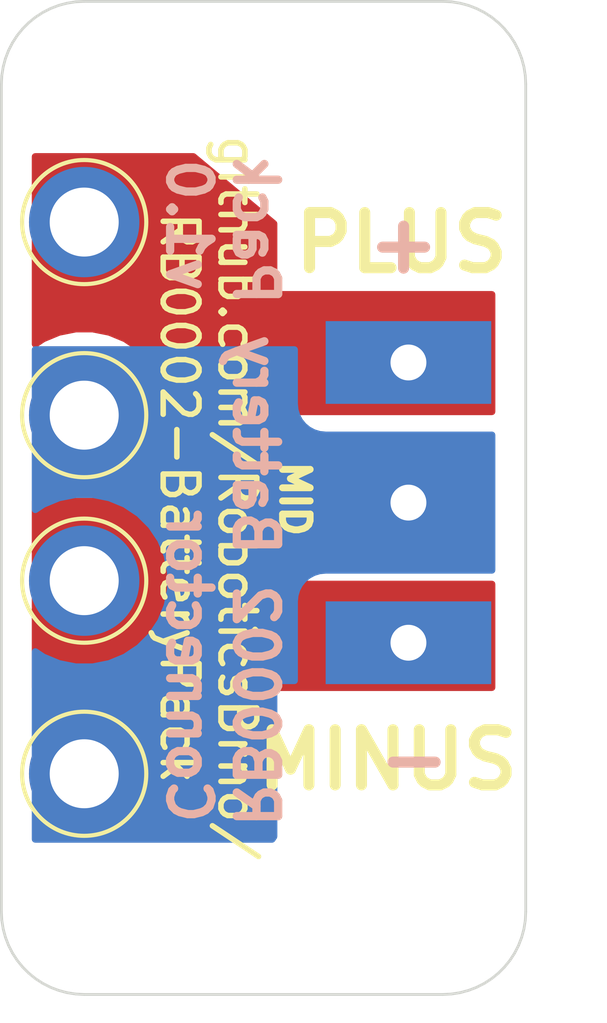
<source format=kicad_pcb>
(kicad_pcb (version 20171130) (host pcbnew 5.1.4+dfsg1-1)

  (general
    (thickness 1.6)
    (drawings 71)
    (tracks 0)
    (zones 0)
    (modules 7)
    (nets 4)
  )

  (page A4)
  (layers
    (0 F.Cu signal)
    (31 B.Cu signal)
    (32 B.Adhes user)
    (33 F.Adhes user)
    (34 B.Paste user)
    (35 F.Paste user)
    (36 B.SilkS user)
    (37 F.SilkS user)
    (38 B.Mask user)
    (39 F.Mask user)
    (40 Dwgs.User user)
    (41 Cmts.User user)
    (42 Eco1.User user)
    (43 Eco2.User user)
    (44 Edge.Cuts user)
    (45 Margin user)
    (46 B.CrtYd user)
    (47 F.CrtYd user)
    (48 B.Fab user)
    (49 F.Fab user)
  )

  (setup
    (last_trace_width 0.25)
    (trace_clearance 0.2)
    (zone_clearance 0.508)
    (zone_45_only no)
    (trace_min 0.2)
    (via_size 0.8)
    (via_drill 0.4)
    (via_min_size 0.4)
    (via_min_drill 0.3)
    (uvia_size 0.3)
    (uvia_drill 0.1)
    (uvias_allowed no)
    (uvia_min_size 0.2)
    (uvia_min_drill 0.1)
    (edge_width 0.05)
    (segment_width 0.2)
    (pcb_text_width 0.3)
    (pcb_text_size 1.5 1.5)
    (mod_edge_width 0.12)
    (mod_text_size 1 1)
    (mod_text_width 0.15)
    (pad_size 1.524 1.524)
    (pad_drill 0.762)
    (pad_to_mask_clearance 0.051)
    (solder_mask_min_width 0.25)
    (aux_axis_origin 0 0)
    (visible_elements FFFFFF7F)
    (pcbplotparams
      (layerselection 0x010fc_ffffffff)
      (usegerberextensions false)
      (usegerberattributes false)
      (usegerberadvancedattributes false)
      (creategerberjobfile false)
      (excludeedgelayer true)
      (linewidth 0.150000)
      (plotframeref false)
      (viasonmask false)
      (mode 1)
      (useauxorigin false)
      (hpglpennumber 1)
      (hpglpenspeed 20)
      (hpglpendiameter 15.000000)
      (psnegative false)
      (psa4output false)
      (plotreference true)
      (plotvalue true)
      (plotinvisibletext false)
      (padsonsilk false)
      (subtractmaskfromsilk false)
      (outputformat 1)
      (mirror false)
      (drillshape 1)
      (scaleselection 1)
      (outputdirectory ""))
  )

  (net 0 "")
  (net 1 Board_1-/MID)
  (net 2 Board_1-/OUT+)
  (net 3 Board_1-/OUT-)

  (net_class Default "This is the default net class."
    (clearance 0.2)
    (trace_width 0.25)
    (via_dia 0.8)
    (via_drill 0.4)
    (uvia_dia 0.3)
    (uvia_drill 0.1)
    (add_net Board_1-/MID)
    (add_net Board_1-/OUT+)
    (add_net Board_1-/OUT-)
  )

  (module MountingHole:MountingHole_3.2mm_M3 (layer F.Cu) (tedit 56D1B4CB) (tstamp 5FD141F8)
    (at 148 86)
    (descr "Mounting Hole 3.2mm, no annular, M3")
    (tags "mounting hole 3.2mm no annular m3")
    (path /5EA0E4E6)
    (attr virtual)
    (fp_text reference H1 (at 0 -4.2) (layer F.SilkS) hide
      (effects (font (size 1 1) (thickness 0.15)))
    )
    (fp_text value MountingHole (at 0 4.2) (layer F.Fab)
      (effects (font (size 1 1) (thickness 0.15)))
    )
    (fp_text user %R (at 0.3 0) (layer F.Fab)
      (effects (font (size 1 1) (thickness 0.15)))
    )
    (fp_circle (center 0 0) (end 3.45 0) (layer F.CrtYd) (width 0.05))
    (fp_circle (center 0 0) (end 3.2 0) (layer Cmts.User) (width 0.15))
    (pad 1 np_thru_hole circle (at 0 0) (size 3.2 3.2) (drill 3.2) (layers *.Cu *.Mask))
  )

  (module MountingHole:MountingHole_3.2mm_M3 (layer F.Cu) (tedit 56D1B4CB) (tstamp 5FD141F1)
    (at 148 114)
    (descr "Mounting Hole 3.2mm, no annular, M3")
    (tags "mounting hole 3.2mm no annular m3")
    (path /5EA166F9)
    (attr virtual)
    (fp_text reference H2 (at 0 -4.2) (layer F.SilkS) hide
      (effects (font (size 1 1) (thickness 0.15)))
    )
    (fp_text value MountingHole (at 0 4.2) (layer F.Fab)
      (effects (font (size 1 1) (thickness 0.15)))
    )
    (fp_text user %R (at 0.3 0) (layer F.Fab)
      (effects (font (size 1 1) (thickness 0.15)))
    )
    (fp_circle (center 0 0) (end 3.45 0) (layer F.CrtYd) (width 0.05))
    (fp_circle (center 0 0) (end 3.2 0) (layer Cmts.User) (width 0.15))
    (pad 1 np_thru_hole circle (at 0 0) (size 3.2 3.2) (drill 3.2) (layers *.Cu *.Mask))
  )

  (module batteryPack:2mm_Banana-Vertical (layer F.Cu) (tedit 5E845A4E) (tstamp 5FD141EC)
    (at 139 90)
    (path /5E9E4343)
    (fp_text reference J2 (at 0 3) (layer F.SilkS) hide
      (effects (font (size 1 1) (thickness 0.15)))
    )
    (fp_text value B1+ (at 0 -3.5) (layer F.Fab)
      (effects (font (size 1 1) (thickness 0.15)))
    )
    (fp_circle (center 0 0) (end 2.25 0) (layer F.SilkS) (width 0.15))
    (pad 1 thru_hole circle (at 0 0) (size 4 4) (drill 2.5) (layers *.Cu *.Mask)
      (net 2 Board_1-/OUT+))
  )

  (module batteryPack:2mm_Banana-Vertical (layer F.Cu) (tedit 5E845A4E) (tstamp 5FD141E7)
    (at 139 97)
    (path /5E9E3ECE)
    (fp_text reference J3 (at 0 3) (layer F.SilkS) hide
      (effects (font (size 1 1) (thickness 0.15)))
    )
    (fp_text value B1- (at 0 -3.5) (layer F.Fab)
      (effects (font (size 1 1) (thickness 0.15)))
    )
    (fp_circle (center 0 0) (end 2.25 0) (layer F.SilkS) (width 0.15))
    (pad 1 thru_hole circle (at 0 0) (size 4 4) (drill 2.5) (layers *.Cu *.Mask)
      (net 1 Board_1-/MID))
  )

  (module batteryPack:2mm_Banana-Vertical (layer F.Cu) (tedit 5E845A4E) (tstamp 5FD141E2)
    (at 139 103)
    (path /5E9E45E0)
    (fp_text reference J4 (at 0 3) (layer F.SilkS) hide
      (effects (font (size 1 1) (thickness 0.15)))
    )
    (fp_text value B2- (at 0 -3.5) (layer F.Fab)
      (effects (font (size 1 1) (thickness 0.15)))
    )
    (fp_circle (center 0 0) (end 2.25 0) (layer F.SilkS) (width 0.15))
    (pad 1 thru_hole circle (at 0 0) (size 4 4) (drill 2.5) (layers *.Cu *.Mask)
      (net 3 Board_1-/OUT-))
  )

  (module batteryPack:2mm_Banana-Vertical (layer F.Cu) (tedit 5E845A4E) (tstamp 5FD141DD)
    (at 139 110)
    (path /5E9E47A7)
    (fp_text reference J5 (at 0 3) (layer F.SilkS) hide
      (effects (font (size 1 1) (thickness 0.15)))
    )
    (fp_text value B2+ (at 0 -3.5) (layer F.Fab)
      (effects (font (size 1 1) (thickness 0.15)))
    )
    (fp_circle (center 0 0) (end 2.25 0) (layer F.SilkS) (width 0.15))
    (pad 1 thru_hole circle (at 0 0) (size 4 4) (drill 2.5) (layers *.Cu *.Mask)
      (net 1 Board_1-/MID))
  )

  (module batteryPack:Terminal_1x03_P5.08mm_Horizontal (layer F.Cu) (tedit 5EA9DD4B) (tstamp 5FD141C9)
    (at 150.75 105.25 90)
    (descr "Terminal Block Phoenix MKDS-3-3-5.08, 3 pins, pitch 5.08mm, size 15.2x11.2mm^2, drill diamater 1.3mm, pad diameter 2.6mm, see http://www.farnell.com/datasheets/2138224.pdf, script-generated using https://github.com/pointhi/kicad-footprint-generator/scripts/TerminalBlock_Phoenix")
    (tags "THT Terminal Block Phoenix MKDS-3-3-5.08 pitch 5.08mm size 15.2x11.2mm^2 drill 1.3mm pad 2.6mm")
    (path /5EA258DB)
    (fp_text reference J6 (at 5.08 -6.96 90) (layer F.SilkS) hide
      (effects (font (size 1 1) (thickness 0.15)))
    )
    (fp_text value CableConnector (at 5.08 6.36 90) (layer F.Fab)
      (effects (font (size 1 1) (thickness 0.15)))
    )
    (fp_text user %R (at 5.08 3.1 90) (layer F.Fab)
      (effects (font (size 1 1) (thickness 0.15)))
    )
    (fp_line (start -2.54 -5.9) (end 12.7 -5.9) (layer F.Fab) (width 0.1))
    (fp_line (start 12.7 -5.9) (end 12.7 5.3) (layer F.Fab) (width 0.1))
    (fp_line (start 12.7 5.3) (end -2.04 5.3) (layer F.Fab) (width 0.1))
    (fp_line (start -2.04 5.3) (end -2.54 4.8) (layer F.Fab) (width 0.1))
    (fp_line (start -2.54 4.8) (end -2.54 -5.9) (layer F.Fab) (width 0.1))
    (fp_line (start -2.54 4.8) (end 12.7 4.8) (layer F.Fab) (width 0.1))
    (fp_line (start -2.54 2.3) (end 12.7 2.3) (layer F.Fab) (width 0.1))
    (fp_line (start -2.54 -3.9) (end 12.7 -3.9) (layer F.Fab) (width 0.1))
    (fp_line (start 1.273 -1.517) (end -1.517 1.273) (layer F.Fab) (width 0.1))
    (fp_line (start -3.04 -6.4) (end -3.04 5.8) (layer F.CrtYd) (width 0.05))
    (fp_line (start -3.04 5.8) (end 13.21 5.8) (layer F.CrtYd) (width 0.05))
    (fp_line (start 13.21 5.8) (end 13.21 -6.4) (layer F.CrtYd) (width 0.05))
    (fp_line (start 13.21 -6.4) (end -3.04 -6.4) (layer F.CrtYd) (width 0.05))
    (pad 3 thru_hole rect (at 10.16 0 90) (size 3 6) (drill 1.3) (layers *.Cu *.Mask)
      (net 2 Board_1-/OUT+))
    (pad 2 thru_hole rect (at 5.08 0 90) (size 3 6) (drill 1.3) (layers *.Cu *.Mask)
      (net 1 Board_1-/MID))
    (pad 1 thru_hole rect (at 0 0 90) (size 3 6) (drill 1.3) (layers *.Cu *.Mask)
      (net 3 Board_1-/OUT-))
    (model ${KISYS3DMOD}/TerminalBlock_Phoenix.3dshapes/TerminalBlock_Phoenix_MKDS-3-3-5.08_1x03_P5.08mm_Horizontal.wrl
      (at (xyz 0 0 0))
      (scale (xyz 1 1 1))
      (rotate (xyz 0 0 0))
    )
  )

  (gr_line (start 138.376 82.0646) (end 138.6864 82.0154) (layer Edge.Cuts) (width 0.1))
  (gr_line (start 138.0727 82.1459) (end 138.376 82.0646) (layer Edge.Cuts) (width 0.1))
  (gr_line (start 137.7794 82.2584) (end 138.0727 82.1459) (layer Edge.Cuts) (width 0.1))
  (gr_line (start 137.4995 82.4011) (end 137.7794 82.2584) (layer Edge.Cuts) (width 0.1))
  (gr_line (start 137.236 82.5722) (end 137.4995 82.4011) (layer Edge.Cuts) (width 0.1))
  (gr_line (start 136.9919 82.7699) (end 137.236 82.5722) (layer Edge.Cuts) (width 0.1))
  (gr_line (start 136.7698 82.992) (end 136.9919 82.7699) (layer Edge.Cuts) (width 0.1))
  (gr_line (start 136.5721 83.2361) (end 136.7698 82.992) (layer Edge.Cuts) (width 0.1))
  (gr_line (start 136.4011 83.4995) (end 136.5721 83.2361) (layer Edge.Cuts) (width 0.1))
  (gr_line (start 136.2585 83.7793) (end 136.4011 83.4995) (layer Edge.Cuts) (width 0.1))
  (gr_line (start 136.1459 84.0727) (end 136.2585 83.7793) (layer Edge.Cuts) (width 0.1))
  (gr_line (start 136.0646 84.3761) (end 136.1459 84.0727) (layer Edge.Cuts) (width 0.1))
  (gr_line (start 136.0154 84.6864) (end 136.0646 84.3761) (layer Edge.Cuts) (width 0.1))
  (gr_line (start 135.999 85) (end 136.0154 84.6864) (layer Edge.Cuts) (width 0.1))
  (gr_line (start 135.999 115) (end 135.999 85) (layer Edge.Cuts) (width 0.1))
  (gr_line (start 136.0154 115.3136) (end 135.999 115) (layer Edge.Cuts) (width 0.1))
  (gr_line (start 136.0646 115.6239) (end 136.0154 115.3136) (layer Edge.Cuts) (width 0.1))
  (gr_line (start 136.1459 115.9273) (end 136.0646 115.6239) (layer Edge.Cuts) (width 0.1))
  (gr_line (start 136.2584 116.2206) (end 136.1459 115.9273) (layer Edge.Cuts) (width 0.1))
  (gr_line (start 136.4011 116.5005) (end 136.2584 116.2206) (layer Edge.Cuts) (width 0.1))
  (gr_line (start 136.5722 116.764) (end 136.4011 116.5005) (layer Edge.Cuts) (width 0.1))
  (gr_line (start 136.7698 117.008) (end 136.5722 116.764) (layer Edge.Cuts) (width 0.1))
  (gr_line (start 136.9919 117.2301) (end 136.7698 117.008) (layer Edge.Cuts) (width 0.1))
  (gr_line (start 137.236 117.4278) (end 136.9919 117.2301) (layer Edge.Cuts) (width 0.1))
  (gr_line (start 137.4995 117.599) (end 137.236 117.4278) (layer Edge.Cuts) (width 0.1))
  (gr_line (start 137.7794 117.7416) (end 137.4995 117.599) (layer Edge.Cuts) (width 0.1))
  (gr_line (start 138.0726 117.8541) (end 137.7794 117.7416) (layer Edge.Cuts) (width 0.1))
  (gr_line (start 138.376 117.9354) (end 138.0726 117.8541) (layer Edge.Cuts) (width 0.1))
  (gr_line (start 138.6864 117.9846) (end 138.376 117.9354) (layer Edge.Cuts) (width 0.1))
  (gr_line (start 139 118.001) (end 138.6864 117.9846) (layer Edge.Cuts) (width 0.1))
  (gr_line (start 152 118.001) (end 139 118.001) (layer Edge.Cuts) (width 0.1))
  (gr_line (start 152.3136 117.9846) (end 152 118.001) (layer Edge.Cuts) (width 0.1))
  (gr_line (start 152.6239 117.9354) (end 152.3136 117.9846) (layer Edge.Cuts) (width 0.1))
  (gr_line (start 152.9273 117.8541) (end 152.6239 117.9354) (layer Edge.Cuts) (width 0.1))
  (gr_line (start 153.2206 117.7416) (end 152.9273 117.8541) (layer Edge.Cuts) (width 0.1))
  (gr_line (start 153.5005 117.5989) (end 153.2206 117.7416) (layer Edge.Cuts) (width 0.1))
  (gr_line (start 153.764 117.4278) (end 153.5005 117.5989) (layer Edge.Cuts) (width 0.1))
  (gr_line (start 154.008 117.2302) (end 153.764 117.4278) (layer Edge.Cuts) (width 0.1))
  (gr_line (start 154.2302 117.008) (end 154.008 117.2302) (layer Edge.Cuts) (width 0.1))
  (gr_line (start 154.4279 116.7639) (end 154.2302 117.008) (layer Edge.Cuts) (width 0.1))
  (gr_line (start 154.5989 116.5005) (end 154.4279 116.7639) (layer Edge.Cuts) (width 0.1))
  (gr_line (start 154.7415 116.2207) (end 154.5989 116.5005) (layer Edge.Cuts) (width 0.1))
  (gr_line (start 154.8541 115.9273) (end 154.7415 116.2207) (layer Edge.Cuts) (width 0.1))
  (gr_line (start 154.9354 115.6239) (end 154.8541 115.9273) (layer Edge.Cuts) (width 0.1))
  (gr_line (start 154.9846 115.3137) (end 154.9354 115.6239) (layer Edge.Cuts) (width 0.1))
  (gr_line (start 155.001 115.0001) (end 154.9846 115.3137) (layer Edge.Cuts) (width 0.1))
  (gr_line (start 155.001 85) (end 155.001 115.0001) (layer Edge.Cuts) (width 0.1))
  (gr_line (start 154.9846 84.6864) (end 155.001 85) (layer Edge.Cuts) (width 0.1))
  (gr_line (start 154.9354 84.3761) (end 154.9846 84.6864) (layer Edge.Cuts) (width 0.1))
  (gr_line (start 154.8541 84.0727) (end 154.9354 84.3761) (layer Edge.Cuts) (width 0.1))
  (gr_line (start 154.7416 83.7794) (end 154.8541 84.0727) (layer Edge.Cuts) (width 0.1))
  (gr_line (start 154.5989 83.4995) (end 154.7416 83.7794) (layer Edge.Cuts) (width 0.1))
  (gr_line (start 154.4278 83.236) (end 154.5989 83.4995) (layer Edge.Cuts) (width 0.1))
  (gr_line (start 154.2302 82.992) (end 154.4278 83.236) (layer Edge.Cuts) (width 0.1))
  (gr_line (start 154.0081 82.7699) (end 154.2302 82.992) (layer Edge.Cuts) (width 0.1))
  (gr_line (start 153.764 82.5722) (end 154.0081 82.7699) (layer Edge.Cuts) (width 0.1))
  (gr_line (start 153.5005 82.4011) (end 153.764 82.5722) (layer Edge.Cuts) (width 0.1))
  (gr_line (start 153.2206 82.2584) (end 153.5005 82.4011) (layer Edge.Cuts) (width 0.1))
  (gr_line (start 152.9273 82.1459) (end 153.2206 82.2584) (layer Edge.Cuts) (width 0.1))
  (gr_line (start 152.624 82.0646) (end 152.9273 82.1459) (layer Edge.Cuts) (width 0.1))
  (gr_line (start 152.3137 82.0154) (end 152.624 82.0646) (layer Edge.Cuts) (width 0.1))
  (gr_line (start 152 81.999) (end 152.3137 82.0154) (layer Edge.Cuts) (width 0.1))
  (gr_line (start 139 81.999) (end 152 81.999) (layer Edge.Cuts) (width 0.1))
  (gr_line (start 138.6864 82.0154) (end 139 81.999) (layer Edge.Cuts) (width 0.1))
  (gr_text PLUS (at 150.5 90.75) (layer F.SilkS) (tstamp 5FD14208)
    (effects (font (size 2 2) (thickness 0.4)))
  )
  (gr_text MINUS (at 150 109.5) (layer F.SilkS) (tstamp 5FD14207)
    (effects (font (size 2 2) (thickness 0.4)))
  )
  (gr_text "RB0002 Battery Pack\nConnector       v1.0" (at 144 99.75 270) (layer B.SilkS) (tstamp 5FD14206)
    (effects (font (size 1.5 1.5) (thickness 0.3)) (justify mirror))
  )
  (gr_text "github.com/RoboticsBrno/\nRB0002-BatteryPack" (at 143.5 100 270) (layer F.SilkS) (tstamp 5FD14205)
    (effects (font (size 1.3 1.3) (thickness 0.2)))
  )
  (gr_text + (at 150.574 90.766) (layer B.SilkS) (tstamp 5FD14204)
    (effects (font (size 2 2) (thickness 0.4)) (justify mirror))
  )
  (gr_text - (at 150.955 109.435) (layer B.SilkS) (tstamp 5FD14203)
    (effects (font (size 2 2) (thickness 0.4)) (justify mirror))
  )
  (gr_text MID (at 146.637 100.037 270) (layer F.SilkS) (tstamp 5FD14202)
    (effects (font (size 1 1) (thickness 0.25)))
  )

  (zone (net 2) (net_name Board_1-/OUT+) (layer F.Cu) (tstamp 5FD141FF) (hatch edge 0.508)
    (priority 3)
    (connect_pads yes (clearance 1))
    (min_thickness 0.254)
    (fill yes (arc_segments 32) (thermal_gap 0.508) (thermal_bridge_width 1))
    (polygon
      (pts
        (xy 136 87.5) (xy 143 87.5) (xy 146 90) (xy 146 92.5) (xy 155 92.5)
        (xy 155 97) (xy 136 97)
      )
    )
    (filled_polygon
      (pts
        (xy 145.873 90.059483) (xy 145.873 92.5) (xy 145.87544 92.524776) (xy 145.882667 92.548601) (xy 145.894403 92.570557)
        (xy 145.910197 92.589803) (xy 145.929443 92.605597) (xy 145.951399 92.617333) (xy 145.975224 92.62456) (xy 146 92.627)
        (xy 153.773 92.627) (xy 153.773 96.873) (xy 142.127 96.873) (xy 142.127 96.692017) (xy 142.006831 96.087888)
        (xy 141.771111 95.51881) (xy 141.428899 95.006654) (xy 140.993346 94.571101) (xy 140.48119 94.228889) (xy 139.912112 93.993169)
        (xy 139.307983 93.873) (xy 138.692017 93.873) (xy 138.087888 93.993169) (xy 137.51881 94.228889) (xy 137.227 94.42387)
        (xy 137.227 87.627) (xy 142.95402 87.627)
      )
    )
  )
  (zone (net 3) (net_name Board_1-/OUT-) (layer F.Cu) (tstamp 5FD14200) (hatch edge 0.508)
    (priority 3)
    (connect_pads yes (clearance 1))
    (min_thickness 0.254)
    (fill yes (arc_segments 32) (thermal_gap 0.508) (thermal_bridge_width 1))
    (polygon
      (pts
        (xy 155 103) (xy 146.5 103) (xy 146.5 100) (xy 136 100) (xy 136 107)
        (xy 155 107)
      )
    )
    (filled_polygon
      (pts
        (xy 146.373 103) (xy 146.37544 103.024776) (xy 146.382667 103.048601) (xy 146.394403 103.070557) (xy 146.410197 103.089803)
        (xy 146.429443 103.105597) (xy 146.451399 103.117333) (xy 146.475224 103.12456) (xy 146.5 103.127) (xy 153.773001 103.127)
        (xy 153.773001 106.873) (xy 137.227 106.873) (xy 137.227 100.127) (xy 146.373 100.127)
      )
    )
  )
  (zone (net 1) (net_name Board_1-/MID) (layer B.Cu) (tstamp 5FD14201) (hatch edge 0.508)
    (priority 3)
    (connect_pads yes (clearance 1))
    (min_thickness 0.254)
    (fill yes (arc_segments 32) (thermal_gap 0.508) (thermal_bridge_width 1) (smoothing fillet))
    (polygon
      (pts
        (xy 136 94.5) (xy 155 94.5) (xy 155 106.75) (xy 146 106.75) (xy 146 112.5)
        (xy 136 112.5)
      )
    )
    (filled_polygon
      (pts
        (xy 146.617547 96.59) (xy 146.639307 96.810931) (xy 146.70375 97.023371) (xy 146.8084 97.219157) (xy 146.949235 97.390765)
        (xy 147.120843 97.5316) (xy 147.316629 97.63625) (xy 147.529069 97.700693) (xy 147.75 97.722453) (xy 153.75 97.722453)
        (xy 153.773 97.720188) (xy 153.773001 102.619812) (xy 153.75 102.617547) (xy 147.75 102.617547) (xy 147.529069 102.639307)
        (xy 147.316629 102.70375) (xy 147.120843 102.8084) (xy 146.949235 102.949235) (xy 146.8084 103.120843) (xy 146.70375 103.316629)
        (xy 146.639307 103.529069) (xy 146.617547 103.75) (xy 146.617547 106.623) (xy 146 106.623) (xy 145.975224 106.62544)
        (xy 145.951399 106.632667) (xy 145.929443 106.644403) (xy 145.910197 106.660197) (xy 145.894403 106.679443) (xy 145.882667 106.701399)
        (xy 145.87544 106.725224) (xy 145.873 106.75) (xy 145.873 112.274811) (xy 145.807392 112.373) (xy 137.227 112.373)
        (xy 137.227 105.57613) (xy 137.51881 105.771111) (xy 138.087888 106.006831) (xy 138.692017 106.127) (xy 139.307983 106.127)
        (xy 139.912112 106.006831) (xy 140.48119 105.771111) (xy 140.993346 105.428899) (xy 141.428899 104.993346) (xy 141.771111 104.48119)
        (xy 142.006831 103.912112) (xy 142.127 103.307983) (xy 142.127 102.692017) (xy 142.006831 102.087888) (xy 141.771111 101.51881)
        (xy 141.428899 101.006654) (xy 140.993346 100.571101) (xy 140.48119 100.228889) (xy 139.912112 99.993169) (xy 139.307983 99.873)
        (xy 138.692017 99.873) (xy 138.087888 99.993169) (xy 137.51881 100.228889) (xy 137.227 100.42387) (xy 137.227 94.627)
        (xy 146.617547 94.627)
      )
    )
  )
)

</source>
